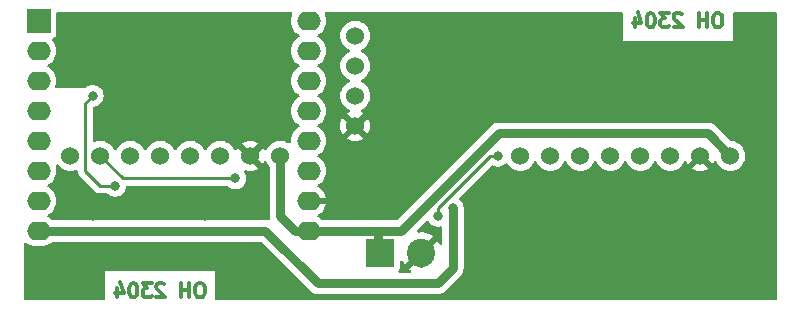
<source format=gbr>
%TF.GenerationSoftware,KiCad,Pcbnew,6.0.11+dfsg-1~bpo11+1*%
%TF.CreationDate,2023-04-11T20:41:58+02:00*%
%TF.ProjectId,double_pt100,646f7562-6c65-45f7-9074-3130302e6b69,rev?*%
%TF.SameCoordinates,Original*%
%TF.FileFunction,Copper,L2,Bot*%
%TF.FilePolarity,Positive*%
%FSLAX46Y46*%
G04 Gerber Fmt 4.6, Leading zero omitted, Abs format (unit mm)*
G04 Created by KiCad (PCBNEW 6.0.11+dfsg-1~bpo11+1) date 2023-04-11 20:41:58*
%MOMM*%
%LPD*%
G01*
G04 APERTURE LIST*
%ADD10C,0.300000*%
%TA.AperFunction,NonConductor*%
%ADD11C,0.300000*%
%TD*%
%TA.AperFunction,ComponentPad*%
%ADD12C,1.524000*%
%TD*%
%TA.AperFunction,ComponentPad*%
%ADD13C,2.400000*%
%TD*%
%TA.AperFunction,ComponentPad*%
%ADD14R,2.400000X2.400000*%
%TD*%
%TA.AperFunction,ComponentPad*%
%ADD15R,2.000000X2.000000*%
%TD*%
%TA.AperFunction,ComponentPad*%
%ADD16O,2.000000X1.600000*%
%TD*%
%TA.AperFunction,ViaPad*%
%ADD17C,0.800000*%
%TD*%
%TA.AperFunction,Conductor*%
%ADD18C,0.800000*%
%TD*%
%TA.AperFunction,Conductor*%
%ADD19C,0.250000*%
%TD*%
G04 APERTURE END LIST*
D10*
D11*
X91750714Y-127612857D02*
X91522142Y-127612857D01*
X91407857Y-127670000D01*
X91293571Y-127784285D01*
X91236428Y-128012857D01*
X91236428Y-128412857D01*
X91293571Y-128641428D01*
X91407857Y-128755714D01*
X91522142Y-128812857D01*
X91750714Y-128812857D01*
X91865000Y-128755714D01*
X91979285Y-128641428D01*
X92036428Y-128412857D01*
X92036428Y-128012857D01*
X91979285Y-127784285D01*
X91865000Y-127670000D01*
X91750714Y-127612857D01*
X90722142Y-128812857D02*
X90722142Y-127612857D01*
X90722142Y-128184285D02*
X90036428Y-128184285D01*
X90036428Y-128812857D02*
X90036428Y-127612857D01*
X88607857Y-127727142D02*
X88550714Y-127670000D01*
X88436428Y-127612857D01*
X88150714Y-127612857D01*
X88036428Y-127670000D01*
X87979285Y-127727142D01*
X87922142Y-127841428D01*
X87922142Y-127955714D01*
X87979285Y-128127142D01*
X88665000Y-128812857D01*
X87922142Y-128812857D01*
X87522142Y-127612857D02*
X86779285Y-127612857D01*
X87179285Y-128070000D01*
X87007857Y-128070000D01*
X86893571Y-128127142D01*
X86836428Y-128184285D01*
X86779285Y-128298571D01*
X86779285Y-128584285D01*
X86836428Y-128698571D01*
X86893571Y-128755714D01*
X87007857Y-128812857D01*
X87350714Y-128812857D01*
X87465000Y-128755714D01*
X87522142Y-128698571D01*
X86036428Y-127612857D02*
X85922142Y-127612857D01*
X85807857Y-127670000D01*
X85750714Y-127727142D01*
X85693571Y-127841428D01*
X85636428Y-128070000D01*
X85636428Y-128355714D01*
X85693571Y-128584285D01*
X85750714Y-128698571D01*
X85807857Y-128755714D01*
X85922142Y-128812857D01*
X86036428Y-128812857D01*
X86150714Y-128755714D01*
X86207857Y-128698571D01*
X86265000Y-128584285D01*
X86322142Y-128355714D01*
X86322142Y-128070000D01*
X86265000Y-127841428D01*
X86207857Y-127727142D01*
X86150714Y-127670000D01*
X86036428Y-127612857D01*
X84607857Y-128012857D02*
X84607857Y-128812857D01*
X84893571Y-127555714D02*
X85179285Y-128412857D01*
X84436428Y-128412857D01*
D10*
D11*
X135565714Y-104752857D02*
X135337142Y-104752857D01*
X135222857Y-104810000D01*
X135108571Y-104924285D01*
X135051428Y-105152857D01*
X135051428Y-105552857D01*
X135108571Y-105781428D01*
X135222857Y-105895714D01*
X135337142Y-105952857D01*
X135565714Y-105952857D01*
X135680000Y-105895714D01*
X135794285Y-105781428D01*
X135851428Y-105552857D01*
X135851428Y-105152857D01*
X135794285Y-104924285D01*
X135680000Y-104810000D01*
X135565714Y-104752857D01*
X134537142Y-105952857D02*
X134537142Y-104752857D01*
X134537142Y-105324285D02*
X133851428Y-105324285D01*
X133851428Y-105952857D02*
X133851428Y-104752857D01*
X132422857Y-104867142D02*
X132365714Y-104810000D01*
X132251428Y-104752857D01*
X131965714Y-104752857D01*
X131851428Y-104810000D01*
X131794285Y-104867142D01*
X131737142Y-104981428D01*
X131737142Y-105095714D01*
X131794285Y-105267142D01*
X132480000Y-105952857D01*
X131737142Y-105952857D01*
X131337142Y-104752857D02*
X130594285Y-104752857D01*
X130994285Y-105210000D01*
X130822857Y-105210000D01*
X130708571Y-105267142D01*
X130651428Y-105324285D01*
X130594285Y-105438571D01*
X130594285Y-105724285D01*
X130651428Y-105838571D01*
X130708571Y-105895714D01*
X130822857Y-105952857D01*
X131165714Y-105952857D01*
X131280000Y-105895714D01*
X131337142Y-105838571D01*
X129851428Y-104752857D02*
X129737142Y-104752857D01*
X129622857Y-104810000D01*
X129565714Y-104867142D01*
X129508571Y-104981428D01*
X129451428Y-105210000D01*
X129451428Y-105495714D01*
X129508571Y-105724285D01*
X129565714Y-105838571D01*
X129622857Y-105895714D01*
X129737142Y-105952857D01*
X129851428Y-105952857D01*
X129965714Y-105895714D01*
X130022857Y-105838571D01*
X130080000Y-105724285D01*
X130137142Y-105495714D01*
X130137142Y-105210000D01*
X130080000Y-104981428D01*
X130022857Y-104867142D01*
X129965714Y-104810000D01*
X129851428Y-104752857D01*
X128422857Y-105152857D02*
X128422857Y-105952857D01*
X128708571Y-104695714D02*
X128994285Y-105552857D01*
X128251428Y-105552857D01*
D12*
%TO.P,U4,1,VIN*%
%TO.N,+5V*%
X98425000Y-116840000D03*
%TO.P,U4,2,GND*%
%TO.N,GND*%
X95885000Y-116840000D03*
%TO.P,U4,3,3V3*%
%TO.N,unconnected-(U4-Pad3)*%
X93345000Y-116840000D03*
%TO.P,U4,4,CLK*%
%TO.N,CLK*%
X90805000Y-116840000D03*
%TO.P,U4,5,SDO*%
%TO.N,SDO*%
X88265000Y-116840000D03*
%TO.P,U4,6,SDI*%
%TO.N,SDI*%
X85725000Y-116840000D03*
%TO.P,U4,7,CS*%
%TO.N,CS2*%
X83185000Y-116840000D03*
%TO.P,U4,8,RDY*%
%TO.N,unconnected-(U4-Pad8)*%
X80645000Y-116840000D03*
%TD*%
%TO.P,U3,1,VIN*%
%TO.N,+5V*%
X136525000Y-116840000D03*
%TO.P,U3,2,GND*%
%TO.N,GND*%
X133985000Y-116840000D03*
%TO.P,U3,3,3V3*%
%TO.N,unconnected-(U3-Pad3)*%
X131445000Y-116840000D03*
%TO.P,U3,4,CLK*%
%TO.N,CLK*%
X128905000Y-116840000D03*
%TO.P,U3,5,SDO*%
%TO.N,SDO*%
X126365000Y-116840000D03*
%TO.P,U3,6,SDI*%
%TO.N,SDI*%
X123825000Y-116840000D03*
%TO.P,U3,7,CS*%
%TO.N,CS1*%
X121285000Y-116840000D03*
%TO.P,U3,8,RDY*%
%TO.N,unconnected-(U3-Pad8)*%
X118745000Y-116840000D03*
%TD*%
D13*
%TO.P,J1,2,Pin_2*%
%TO.N,GND*%
X110335000Y-125030000D03*
D14*
%TO.P,J1,1,Pin_1*%
%TO.N,+5V*%
X106835000Y-125030000D03*
%TD*%
D12*
%TO.P,U2,1,SDA*%
%TO.N,SDA*%
X104775000Y-106680000D03*
%TO.P,U2,2,SCL*%
%TO.N,SCL*%
X104775000Y-109220000D03*
%TO.P,U2,3,VCC*%
%TO.N,+3V3*%
X104775000Y-111760000D03*
%TO.P,U2,4,GND*%
%TO.N,GND*%
X104775000Y-114300000D03*
%TD*%
D15*
%TO.P,U1,1,~{RST}*%
%TO.N,unconnected-(U1-Pad1)*%
X77955000Y-105410000D03*
D16*
%TO.P,U1,2,A0*%
%TO.N,unconnected-(U1-Pad2)*%
X77955000Y-107950000D03*
%TO.P,U1,3,D0*%
%TO.N,Net-(R2-Pad1)*%
X77955000Y-110490000D03*
%TO.P,U1,4,SCK/D5*%
%TO.N,Net-(R7-Pad1)*%
X77955000Y-113030000D03*
%TO.P,U1,5,MISO/D6*%
%TO.N,Net-(R8-Pad1)*%
X77955000Y-115570000D03*
%TO.P,U1,6,MOSI/D7*%
%TO.N,Net-(R9-Pad1)*%
X77955000Y-118110000D03*
%TO.P,U1,7,CS/D8*%
%TO.N,unconnected-(U1-Pad7)*%
X77955000Y-120650000D03*
%TO.P,U1,8,3V3*%
%TO.N,+3V3*%
X77955000Y-123190000D03*
%TO.P,U1,9,5V*%
%TO.N,+5V*%
X100815000Y-123190000D03*
%TO.P,U1,10,GND*%
%TO.N,GND*%
X100815000Y-120650000D03*
%TO.P,U1,11,D4*%
%TO.N,Net-(R6-Pad1)*%
X100815000Y-118110000D03*
%TO.P,U1,12,D3*%
%TO.N,Net-(R5-Pad1)*%
X100815000Y-115570000D03*
%TO.P,U1,13,SDA/D2*%
%TO.N,Net-(R4-Pad1)*%
X100815000Y-113030000D03*
%TO.P,U1,14,SCL/D1*%
%TO.N,Net-(R3-Pad1)*%
X100815000Y-110490000D03*
%TO.P,U1,15,RX*%
%TO.N,unconnected-(U1-Pad15)*%
X100815000Y-107950000D03*
%TO.P,U1,16,TX*%
%TO.N,unconnected-(U1-Pad16)*%
X100815000Y-105410000D03*
%TD*%
D17*
%TO.N,GND*%
X113030000Y-128270000D03*
X118110000Y-119380000D03*
X116840000Y-119380000D03*
X82550000Y-121920000D03*
X97155000Y-128270000D03*
X98425000Y-128270000D03*
X114300000Y-113665000D03*
X113030000Y-112395000D03*
X111125000Y-114935000D03*
X109855000Y-113665000D03*
X111125000Y-105410000D03*
X109855000Y-105410000D03*
X97155000Y-105410000D03*
X81280000Y-105410000D03*
X80010000Y-105410000D03*
X98425000Y-105410000D03*
X138430000Y-105410000D03*
X139700000Y-106680000D03*
X139700000Y-105410000D03*
X138430000Y-128270000D03*
X139700000Y-127000000D03*
X139700000Y-128270000D03*
X78740000Y-128270000D03*
X77470000Y-127000000D03*
X77470000Y-128270000D03*
X92075000Y-121920000D03*
X90805000Y-120015000D03*
X97155000Y-121285000D03*
X95885000Y-120015000D03*
%TO.N,CS1*%
X111760000Y-121920000D03*
X116840000Y-116840000D03*
%TO.N,+3V3*%
X113030000Y-121285000D03*
%TO.N,SW*%
X82550000Y-111760000D03*
X84455000Y-119380000D03*
%TO.N,CS2*%
X94615000Y-118745000D03*
%TD*%
D18*
%TO.N,+5V*%
X136525000Y-116840000D02*
X134620000Y-114935000D01*
X134620000Y-114935000D02*
X116930000Y-114935000D01*
X116930000Y-114935000D02*
X108675000Y-123190000D01*
X108675000Y-123190000D02*
X106680000Y-123190000D01*
D19*
%TO.N,CS1*%
X116840000Y-116840000D02*
X116205000Y-116840000D01*
X116205000Y-116840000D02*
X111760000Y-121285000D01*
X111760000Y-121285000D02*
X111760000Y-121920000D01*
D18*
%TO.N,+3V3*%
X113030000Y-123190000D02*
X113030000Y-121285000D01*
X77955000Y-123190000D02*
X97155000Y-123190000D01*
X97155000Y-123190000D02*
X101600000Y-127635000D01*
X101600000Y-127635000D02*
X111760000Y-127635000D01*
X111760000Y-127635000D02*
X113030000Y-126365000D01*
X113030000Y-126365000D02*
X113030000Y-123190000D01*
%TO.N,+5V*%
X100815000Y-123190000D02*
X106680000Y-123190000D01*
X106680000Y-123190000D02*
X106680000Y-124875000D01*
X106680000Y-124875000D02*
X106835000Y-125030000D01*
%TO.N,GND*%
X110335000Y-125885000D02*
X110335000Y-125030000D01*
D19*
%TO.N,SW*%
X81915000Y-112395000D02*
X82550000Y-111760000D01*
X81915000Y-118110000D02*
X81915000Y-112395000D01*
X84455000Y-119380000D02*
X83185000Y-119380000D01*
X83185000Y-119380000D02*
X81915000Y-118110000D01*
%TO.N,CS2*%
X94615000Y-118745000D02*
X85090000Y-118745000D01*
X85090000Y-118745000D02*
X83185000Y-116840000D01*
D18*
%TO.N,+5V*%
X99695000Y-123190000D02*
X98425000Y-121920000D01*
X100815000Y-123190000D02*
X99695000Y-123190000D01*
X98425000Y-121920000D02*
X98425000Y-116840000D01*
%TD*%
%TA.AperFunction,Conductor*%
%TO.N,GND*%
G36*
X127363621Y-104668502D02*
G01*
X127410114Y-104722158D01*
X127421500Y-104774500D01*
X127421500Y-107109500D01*
X136738500Y-107109500D01*
X136738500Y-104774500D01*
X136758502Y-104706379D01*
X136812158Y-104659886D01*
X136864500Y-104648500D01*
X140335500Y-104648500D01*
X140403621Y-104668502D01*
X140450114Y-104722158D01*
X140461500Y-104774500D01*
X140461500Y-128905500D01*
X140441498Y-128973621D01*
X140387842Y-129020114D01*
X140335500Y-129031500D01*
X93049500Y-129031500D01*
X92981379Y-129011498D01*
X92934886Y-128957842D01*
X92923500Y-128905500D01*
X92923500Y-126570500D01*
X83606500Y-126570500D01*
X83606500Y-128905500D01*
X83586498Y-128973621D01*
X83532842Y-129020114D01*
X83480500Y-129031500D01*
X76834500Y-129031500D01*
X76766379Y-129011498D01*
X76719886Y-128957842D01*
X76708500Y-128905500D01*
X76708500Y-124296114D01*
X76728502Y-124227993D01*
X76782158Y-124181500D01*
X76852432Y-124171396D01*
X76910032Y-124197152D01*
X76910700Y-124196198D01*
X77098251Y-124327523D01*
X77103233Y-124329846D01*
X77103238Y-124329849D01*
X77300775Y-124421961D01*
X77305757Y-124424284D01*
X77311065Y-124425706D01*
X77311067Y-124425707D01*
X77521598Y-124482119D01*
X77521600Y-124482119D01*
X77526913Y-124483543D01*
X77626480Y-124492254D01*
X77695149Y-124498262D01*
X77695156Y-124498262D01*
X77697873Y-124498500D01*
X78212127Y-124498500D01*
X78214844Y-124498262D01*
X78214851Y-124498262D01*
X78283520Y-124492254D01*
X78383087Y-124483543D01*
X78388400Y-124482119D01*
X78388402Y-124482119D01*
X78598933Y-124425707D01*
X78598935Y-124425706D01*
X78604243Y-124424284D01*
X78609225Y-124421961D01*
X78806762Y-124329849D01*
X78806767Y-124329846D01*
X78811749Y-124327523D01*
X78934701Y-124241431D01*
X78994789Y-124199357D01*
X78994792Y-124199355D01*
X78999300Y-124196198D01*
X79060093Y-124135405D01*
X79122405Y-124101379D01*
X79149188Y-124098500D01*
X96726497Y-124098500D01*
X96794618Y-124118502D01*
X96815592Y-124135405D01*
X100900019Y-128219832D01*
X100912860Y-128234865D01*
X100921134Y-128246253D01*
X100926043Y-128250673D01*
X100971959Y-128292016D01*
X100976744Y-128296557D01*
X100991259Y-128311072D01*
X100993823Y-128313148D01*
X101007216Y-128323994D01*
X101012231Y-128328278D01*
X101058145Y-128369619D01*
X101058150Y-128369623D01*
X101063056Y-128374040D01*
X101068772Y-128377340D01*
X101068776Y-128377343D01*
X101075237Y-128381073D01*
X101091533Y-128392273D01*
X101102470Y-128401129D01*
X101163421Y-128432185D01*
X101169215Y-128435331D01*
X101228444Y-128469527D01*
X101234726Y-128471568D01*
X101234728Y-128471569D01*
X101241826Y-128473875D01*
X101260092Y-128481440D01*
X101272630Y-128487829D01*
X101279006Y-128489538D01*
X101279010Y-128489539D01*
X101338685Y-128505529D01*
X101345010Y-128507402D01*
X101410072Y-128528542D01*
X101416640Y-128529232D01*
X101416644Y-128529233D01*
X101424061Y-128530012D01*
X101443508Y-128533616D01*
X101457096Y-128537257D01*
X101463695Y-128537603D01*
X101463696Y-128537603D01*
X101525385Y-128540836D01*
X101531960Y-128541353D01*
X101546222Y-128542852D01*
X101552390Y-128543500D01*
X101572925Y-128543500D01*
X101579519Y-128543673D01*
X101641217Y-128546907D01*
X101641222Y-128546907D01*
X101647809Y-128547252D01*
X101661707Y-128545051D01*
X101681416Y-128543500D01*
X111678583Y-128543500D01*
X111698292Y-128545051D01*
X111712190Y-128547252D01*
X111718777Y-128546907D01*
X111718782Y-128546907D01*
X111780480Y-128543673D01*
X111787074Y-128543500D01*
X111807610Y-128543500D01*
X111810882Y-128543156D01*
X111810884Y-128543156D01*
X111828042Y-128541353D01*
X111834616Y-128540836D01*
X111896308Y-128537603D01*
X111896312Y-128537602D01*
X111902903Y-128537257D01*
X111909284Y-128535547D01*
X111909286Y-128535547D01*
X111916491Y-128533617D01*
X111935925Y-128530015D01*
X111943354Y-128529234D01*
X111943363Y-128529232D01*
X111949928Y-128528542D01*
X112014997Y-128507400D01*
X112021299Y-128505533D01*
X112062852Y-128494399D01*
X112080996Y-128489537D01*
X112080997Y-128489537D01*
X112087370Y-128487829D01*
X112099908Y-128481440D01*
X112118174Y-128473875D01*
X112125272Y-128471569D01*
X112125274Y-128471568D01*
X112131556Y-128469527D01*
X112190785Y-128435331D01*
X112196579Y-128432185D01*
X112257530Y-128401129D01*
X112268467Y-128392273D01*
X112284763Y-128381073D01*
X112291224Y-128377343D01*
X112291228Y-128377340D01*
X112296944Y-128374040D01*
X112301850Y-128369623D01*
X112301855Y-128369619D01*
X112347769Y-128328278D01*
X112352784Y-128323994D01*
X112366177Y-128313148D01*
X112368741Y-128311072D01*
X112383256Y-128296557D01*
X112388041Y-128292016D01*
X112433957Y-128250673D01*
X112438866Y-128246253D01*
X112447140Y-128234865D01*
X112459981Y-128219832D01*
X113614832Y-127064981D01*
X113629865Y-127052140D01*
X113635913Y-127047746D01*
X113635914Y-127047745D01*
X113641253Y-127043866D01*
X113687016Y-126993041D01*
X113691557Y-126988256D01*
X113706072Y-126973741D01*
X113718994Y-126957784D01*
X113723278Y-126952769D01*
X113764619Y-126906855D01*
X113764623Y-126906850D01*
X113769040Y-126901944D01*
X113772340Y-126896228D01*
X113772343Y-126896224D01*
X113776073Y-126889763D01*
X113787273Y-126873466D01*
X113791975Y-126867660D01*
X113791976Y-126867658D01*
X113796129Y-126862530D01*
X113827186Y-126801577D01*
X113830333Y-126795782D01*
X113861223Y-126742279D01*
X113861224Y-126742278D01*
X113864527Y-126736556D01*
X113868875Y-126723173D01*
X113876441Y-126704907D01*
X113879832Y-126698252D01*
X113882829Y-126692370D01*
X113900529Y-126626315D01*
X113902402Y-126619991D01*
X113911678Y-126591442D01*
X113923542Y-126554928D01*
X113925012Y-126540939D01*
X113928617Y-126521486D01*
X113930547Y-126514285D01*
X113932257Y-126507904D01*
X113932603Y-126501304D01*
X113935836Y-126439615D01*
X113936353Y-126433040D01*
X113938156Y-126415882D01*
X113938500Y-126412610D01*
X113938500Y-126392075D01*
X113938673Y-126385481D01*
X113941907Y-126323783D01*
X113941907Y-126323778D01*
X113942252Y-126317191D01*
X113940051Y-126303293D01*
X113938500Y-126283584D01*
X113938500Y-121339216D01*
X113939190Y-121326045D01*
X113942814Y-121291565D01*
X113943504Y-121285000D01*
X113923542Y-121095072D01*
X113864527Y-120913444D01*
X113859075Y-120904000D01*
X113772341Y-120753774D01*
X113769040Y-120748056D01*
X113675821Y-120644525D01*
X113645675Y-120611045D01*
X113645674Y-120611044D01*
X113641253Y-120606134D01*
X113583090Y-120563876D01*
X113539738Y-120507654D01*
X113533663Y-120436918D01*
X113568058Y-120372846D01*
X116271183Y-117669721D01*
X116333495Y-117635695D01*
X116404310Y-117640760D01*
X116411526Y-117643709D01*
X116551677Y-117706108D01*
X116551685Y-117706111D01*
X116557712Y-117708794D01*
X116649282Y-117728258D01*
X116738056Y-117747128D01*
X116738061Y-117747128D01*
X116744513Y-117748500D01*
X116935487Y-117748500D01*
X116941939Y-117747128D01*
X116941944Y-117747128D01*
X117030718Y-117728258D01*
X117122288Y-117708794D01*
X117128321Y-117706108D01*
X117290722Y-117633803D01*
X117290724Y-117633802D01*
X117296752Y-117631118D01*
X117451253Y-117518866D01*
X117467950Y-117500322D01*
X117528396Y-117463082D01*
X117599379Y-117464434D01*
X117658364Y-117503947D01*
X117664799Y-117512362D01*
X117764860Y-117655265D01*
X117764864Y-117655270D01*
X117768023Y-117659781D01*
X117925219Y-117816977D01*
X117929727Y-117820134D01*
X117929730Y-117820136D01*
X117972702Y-117850225D01*
X118107323Y-117944488D01*
X118112305Y-117946811D01*
X118112310Y-117946814D01*
X118302810Y-118035645D01*
X118308804Y-118038440D01*
X118314112Y-118039862D01*
X118314114Y-118039863D01*
X118364863Y-118053461D01*
X118523537Y-118095978D01*
X118745000Y-118115353D01*
X118966463Y-118095978D01*
X119125137Y-118053461D01*
X119175886Y-118039863D01*
X119175888Y-118039862D01*
X119181196Y-118038440D01*
X119187190Y-118035645D01*
X119377690Y-117946814D01*
X119377695Y-117946811D01*
X119382677Y-117944488D01*
X119517298Y-117850225D01*
X119560270Y-117820136D01*
X119560273Y-117820134D01*
X119564781Y-117816977D01*
X119721977Y-117659781D01*
X119725140Y-117655265D01*
X119846331Y-117482185D01*
X119846332Y-117482183D01*
X119849488Y-117477676D01*
X119851811Y-117472694D01*
X119851814Y-117472689D01*
X119900805Y-117367627D01*
X119947723Y-117314342D01*
X120016000Y-117294881D01*
X120083960Y-117315423D01*
X120129195Y-117367627D01*
X120178186Y-117472689D01*
X120178189Y-117472694D01*
X120180512Y-117477676D01*
X120183668Y-117482183D01*
X120183669Y-117482185D01*
X120304861Y-117655265D01*
X120308023Y-117659781D01*
X120465219Y-117816977D01*
X120469727Y-117820134D01*
X120469730Y-117820136D01*
X120512702Y-117850225D01*
X120647323Y-117944488D01*
X120652305Y-117946811D01*
X120652310Y-117946814D01*
X120842810Y-118035645D01*
X120848804Y-118038440D01*
X120854112Y-118039862D01*
X120854114Y-118039863D01*
X120904863Y-118053461D01*
X121063537Y-118095978D01*
X121285000Y-118115353D01*
X121506463Y-118095978D01*
X121665137Y-118053461D01*
X121715886Y-118039863D01*
X121715888Y-118039862D01*
X121721196Y-118038440D01*
X121727190Y-118035645D01*
X121917690Y-117946814D01*
X121917695Y-117946811D01*
X121922677Y-117944488D01*
X122057298Y-117850225D01*
X122100270Y-117820136D01*
X122100273Y-117820134D01*
X122104781Y-117816977D01*
X122261977Y-117659781D01*
X122265140Y-117655265D01*
X122386331Y-117482185D01*
X122386332Y-117482183D01*
X122389488Y-117477676D01*
X122391811Y-117472694D01*
X122391814Y-117472689D01*
X122440805Y-117367627D01*
X122487723Y-117314342D01*
X122556000Y-117294881D01*
X122623960Y-117315423D01*
X122669195Y-117367627D01*
X122718186Y-117472689D01*
X122718189Y-117472694D01*
X122720512Y-117477676D01*
X122723668Y-117482183D01*
X122723669Y-117482185D01*
X122844861Y-117655265D01*
X122848023Y-117659781D01*
X123005219Y-117816977D01*
X123009727Y-117820134D01*
X123009730Y-117820136D01*
X123052702Y-117850225D01*
X123187323Y-117944488D01*
X123192305Y-117946811D01*
X123192310Y-117946814D01*
X123382810Y-118035645D01*
X123388804Y-118038440D01*
X123394112Y-118039862D01*
X123394114Y-118039863D01*
X123444863Y-118053461D01*
X123603537Y-118095978D01*
X123825000Y-118115353D01*
X124046463Y-118095978D01*
X124205137Y-118053461D01*
X124255886Y-118039863D01*
X124255888Y-118039862D01*
X124261196Y-118038440D01*
X124267190Y-118035645D01*
X124457690Y-117946814D01*
X124457695Y-117946811D01*
X124462677Y-117944488D01*
X124597298Y-117850225D01*
X124640270Y-117820136D01*
X124640273Y-117820134D01*
X124644781Y-117816977D01*
X124801977Y-117659781D01*
X124805140Y-117655265D01*
X124926331Y-117482185D01*
X124926332Y-117482183D01*
X124929488Y-117477676D01*
X124931811Y-117472694D01*
X124931814Y-117472689D01*
X124980805Y-117367627D01*
X125027723Y-117314342D01*
X125096000Y-117294881D01*
X125163960Y-117315423D01*
X125209195Y-117367627D01*
X125258186Y-117472689D01*
X125258189Y-117472694D01*
X125260512Y-117477676D01*
X125263668Y-117482183D01*
X125263669Y-117482185D01*
X125384861Y-117655265D01*
X125388023Y-117659781D01*
X125545219Y-117816977D01*
X125549727Y-117820134D01*
X125549730Y-117820136D01*
X125592702Y-117850225D01*
X125727323Y-117944488D01*
X125732305Y-117946811D01*
X125732310Y-117946814D01*
X125922810Y-118035645D01*
X125928804Y-118038440D01*
X125934112Y-118039862D01*
X125934114Y-118039863D01*
X125984863Y-118053461D01*
X126143537Y-118095978D01*
X126365000Y-118115353D01*
X126586463Y-118095978D01*
X126745137Y-118053461D01*
X126795886Y-118039863D01*
X126795888Y-118039862D01*
X126801196Y-118038440D01*
X126807190Y-118035645D01*
X126997690Y-117946814D01*
X126997695Y-117946811D01*
X127002677Y-117944488D01*
X127137298Y-117850225D01*
X127180270Y-117820136D01*
X127180273Y-117820134D01*
X127184781Y-117816977D01*
X127341977Y-117659781D01*
X127345140Y-117655265D01*
X127466331Y-117482185D01*
X127466332Y-117482183D01*
X127469488Y-117477676D01*
X127471811Y-117472694D01*
X127471814Y-117472689D01*
X127520805Y-117367627D01*
X127567723Y-117314342D01*
X127636000Y-117294881D01*
X127703960Y-117315423D01*
X127749195Y-117367627D01*
X127798186Y-117472689D01*
X127798189Y-117472694D01*
X127800512Y-117477676D01*
X127803668Y-117482183D01*
X127803669Y-117482185D01*
X127924861Y-117655265D01*
X127928023Y-117659781D01*
X128085219Y-117816977D01*
X128089727Y-117820134D01*
X128089730Y-117820136D01*
X128132702Y-117850225D01*
X128267323Y-117944488D01*
X128272305Y-117946811D01*
X128272310Y-117946814D01*
X128462810Y-118035645D01*
X128468804Y-118038440D01*
X128474112Y-118039862D01*
X128474114Y-118039863D01*
X128524863Y-118053461D01*
X128683537Y-118095978D01*
X128905000Y-118115353D01*
X129126463Y-118095978D01*
X129285137Y-118053461D01*
X129335886Y-118039863D01*
X129335888Y-118039862D01*
X129341196Y-118038440D01*
X129347190Y-118035645D01*
X129537690Y-117946814D01*
X129537695Y-117946811D01*
X129542677Y-117944488D01*
X129677298Y-117850225D01*
X129720270Y-117820136D01*
X129720273Y-117820134D01*
X129724781Y-117816977D01*
X129881977Y-117659781D01*
X129885140Y-117655265D01*
X130006331Y-117482185D01*
X130006332Y-117482183D01*
X130009488Y-117477676D01*
X130011811Y-117472694D01*
X130011814Y-117472689D01*
X130060805Y-117367627D01*
X130107723Y-117314342D01*
X130176000Y-117294881D01*
X130243960Y-117315423D01*
X130289195Y-117367627D01*
X130338186Y-117472689D01*
X130338189Y-117472694D01*
X130340512Y-117477676D01*
X130343668Y-117482183D01*
X130343669Y-117482185D01*
X130464861Y-117655265D01*
X130468023Y-117659781D01*
X130625219Y-117816977D01*
X130629727Y-117820134D01*
X130629730Y-117820136D01*
X130672702Y-117850225D01*
X130807323Y-117944488D01*
X130812305Y-117946811D01*
X130812310Y-117946814D01*
X131002810Y-118035645D01*
X131008804Y-118038440D01*
X131014112Y-118039862D01*
X131014114Y-118039863D01*
X131064863Y-118053461D01*
X131223537Y-118095978D01*
X131445000Y-118115353D01*
X131666463Y-118095978D01*
X131825137Y-118053461D01*
X131875886Y-118039863D01*
X131875888Y-118039862D01*
X131881196Y-118038440D01*
X131887190Y-118035645D01*
X132077690Y-117946814D01*
X132077695Y-117946811D01*
X132082677Y-117944488D01*
X132147959Y-117898777D01*
X133290777Y-117898777D01*
X133300074Y-117910793D01*
X133343069Y-117940898D01*
X133352555Y-117946376D01*
X133543993Y-118035645D01*
X133554285Y-118039391D01*
X133758309Y-118094059D01*
X133769104Y-118095962D01*
X133979525Y-118114372D01*
X133990475Y-118114372D01*
X134200896Y-118095962D01*
X134211691Y-118094059D01*
X134415715Y-118039391D01*
X134426007Y-118035645D01*
X134617445Y-117946376D01*
X134626931Y-117940898D01*
X134670764Y-117910207D01*
X134679139Y-117899729D01*
X134672071Y-117886281D01*
X133997812Y-117212022D01*
X133983868Y-117204408D01*
X133982035Y-117204539D01*
X133975420Y-117208790D01*
X133297207Y-117887003D01*
X133290777Y-117898777D01*
X132147959Y-117898777D01*
X132217298Y-117850225D01*
X132260270Y-117820136D01*
X132260273Y-117820134D01*
X132264781Y-117816977D01*
X132421977Y-117659781D01*
X132425140Y-117655265D01*
X132546331Y-117482185D01*
X132546332Y-117482183D01*
X132549488Y-117477676D01*
X132551811Y-117472694D01*
X132551814Y-117472689D01*
X132601081Y-117367035D01*
X132647999Y-117313750D01*
X132716276Y-117294289D01*
X132784236Y-117314831D01*
X132829471Y-117367035D01*
X132878623Y-117472441D01*
X132884103Y-117481932D01*
X132914794Y-117525765D01*
X132925271Y-117534140D01*
X132938718Y-117527072D01*
X133895905Y-116569885D01*
X133958217Y-116535859D01*
X134029032Y-116540924D01*
X134074095Y-116569885D01*
X135032003Y-117527793D01*
X135043777Y-117534223D01*
X135055793Y-117524926D01*
X135085897Y-117481932D01*
X135091377Y-117472441D01*
X135140529Y-117367035D01*
X135187447Y-117313750D01*
X135255724Y-117294289D01*
X135323684Y-117314831D01*
X135368919Y-117367035D01*
X135418186Y-117472689D01*
X135418189Y-117472694D01*
X135420512Y-117477676D01*
X135423668Y-117482183D01*
X135423669Y-117482185D01*
X135544861Y-117655265D01*
X135548023Y-117659781D01*
X135705219Y-117816977D01*
X135709727Y-117820134D01*
X135709730Y-117820136D01*
X135752702Y-117850225D01*
X135887323Y-117944488D01*
X135892305Y-117946811D01*
X135892310Y-117946814D01*
X136082810Y-118035645D01*
X136088804Y-118038440D01*
X136094112Y-118039862D01*
X136094114Y-118039863D01*
X136144863Y-118053461D01*
X136303537Y-118095978D01*
X136525000Y-118115353D01*
X136746463Y-118095978D01*
X136905137Y-118053461D01*
X136955886Y-118039863D01*
X136955888Y-118039862D01*
X136961196Y-118038440D01*
X136967190Y-118035645D01*
X137157690Y-117946814D01*
X137157695Y-117946811D01*
X137162677Y-117944488D01*
X137297298Y-117850225D01*
X137340270Y-117820136D01*
X137340273Y-117820134D01*
X137344781Y-117816977D01*
X137501977Y-117659781D01*
X137505140Y-117655265D01*
X137626331Y-117482185D01*
X137626332Y-117482183D01*
X137629488Y-117477676D01*
X137631811Y-117472694D01*
X137631814Y-117472689D01*
X137721117Y-117281178D01*
X137721118Y-117281177D01*
X137723440Y-117276196D01*
X137726253Y-117265700D01*
X137751686Y-117170781D01*
X137780978Y-117061463D01*
X137800353Y-116840000D01*
X137780978Y-116618537D01*
X137727297Y-116418197D01*
X137724863Y-116409114D01*
X137724862Y-116409112D01*
X137723440Y-116403804D01*
X137721117Y-116398822D01*
X137631814Y-116207311D01*
X137631811Y-116207306D01*
X137629488Y-116202324D01*
X137626327Y-116197810D01*
X137505136Y-116024730D01*
X137505134Y-116024727D01*
X137501977Y-116020219D01*
X137344781Y-115863023D01*
X137340273Y-115859866D01*
X137340270Y-115859864D01*
X137252043Y-115798087D01*
X137162677Y-115735512D01*
X137157695Y-115733189D01*
X137157690Y-115733186D01*
X136966178Y-115643883D01*
X136966177Y-115643882D01*
X136961196Y-115641560D01*
X136955888Y-115640138D01*
X136955886Y-115640137D01*
X136890051Y-115622497D01*
X136746463Y-115584022D01*
X136581051Y-115569551D01*
X136514933Y-115543688D01*
X136502938Y-115533125D01*
X135319981Y-114350168D01*
X135307140Y-114335135D01*
X135302746Y-114329087D01*
X135302745Y-114329086D01*
X135298866Y-114323747D01*
X135248041Y-114277984D01*
X135243256Y-114273443D01*
X135228741Y-114258928D01*
X135221282Y-114252888D01*
X135212784Y-114246006D01*
X135207769Y-114241722D01*
X135161855Y-114200381D01*
X135161850Y-114200377D01*
X135156944Y-114195960D01*
X135151228Y-114192660D01*
X135151224Y-114192657D01*
X135144763Y-114188927D01*
X135128466Y-114177727D01*
X135122660Y-114173025D01*
X135122658Y-114173024D01*
X135117530Y-114168871D01*
X135056577Y-114137814D01*
X135050782Y-114134667D01*
X134997279Y-114103777D01*
X134997278Y-114103776D01*
X134991556Y-114100473D01*
X134985274Y-114098432D01*
X134985272Y-114098431D01*
X134978174Y-114096125D01*
X134959907Y-114088559D01*
X134947370Y-114082171D01*
X134881299Y-114064467D01*
X134874997Y-114062600D01*
X134809928Y-114041458D01*
X134803363Y-114040768D01*
X134803354Y-114040766D01*
X134795925Y-114039985D01*
X134776491Y-114036383D01*
X134769286Y-114034453D01*
X134769284Y-114034453D01*
X134762903Y-114032743D01*
X134756312Y-114032398D01*
X134756308Y-114032397D01*
X134694616Y-114029164D01*
X134688042Y-114028647D01*
X134670884Y-114026844D01*
X134670882Y-114026844D01*
X134667610Y-114026500D01*
X134647074Y-114026500D01*
X134640480Y-114026327D01*
X134578782Y-114023093D01*
X134578777Y-114023093D01*
X134572190Y-114022748D01*
X134558292Y-114024949D01*
X134538583Y-114026500D01*
X117011417Y-114026500D01*
X116991708Y-114024949D01*
X116977810Y-114022748D01*
X116971223Y-114023093D01*
X116971218Y-114023093D01*
X116909520Y-114026327D01*
X116902926Y-114026500D01*
X116882390Y-114026500D01*
X116879118Y-114026844D01*
X116879116Y-114026844D01*
X116861958Y-114028647D01*
X116855384Y-114029164D01*
X116793692Y-114032397D01*
X116793688Y-114032398D01*
X116787097Y-114032743D01*
X116780716Y-114034453D01*
X116780714Y-114034453D01*
X116773509Y-114036383D01*
X116754075Y-114039985D01*
X116746646Y-114040766D01*
X116746637Y-114040768D01*
X116740072Y-114041458D01*
X116675003Y-114062600D01*
X116668701Y-114064467D01*
X116602630Y-114082171D01*
X116590093Y-114088559D01*
X116571826Y-114096125D01*
X116564728Y-114098431D01*
X116564726Y-114098432D01*
X116558444Y-114100473D01*
X116552722Y-114103776D01*
X116552721Y-114103777D01*
X116499218Y-114134667D01*
X116493423Y-114137814D01*
X116432470Y-114168871D01*
X116427342Y-114173024D01*
X116427340Y-114173025D01*
X116421534Y-114177727D01*
X116405237Y-114188927D01*
X116398776Y-114192657D01*
X116398772Y-114192660D01*
X116393056Y-114195960D01*
X116388150Y-114200377D01*
X116388145Y-114200381D01*
X116342231Y-114241722D01*
X116337216Y-114246006D01*
X116328718Y-114252888D01*
X116321259Y-114258928D01*
X116306744Y-114273443D01*
X116301959Y-114277984D01*
X116251134Y-114323747D01*
X116247255Y-114329086D01*
X116247254Y-114329087D01*
X116242860Y-114335135D01*
X116230019Y-114350168D01*
X108335592Y-122244595D01*
X108273280Y-122278621D01*
X108246497Y-122281500D01*
X102009188Y-122281500D01*
X101941067Y-122261498D01*
X101920093Y-122244595D01*
X101859300Y-122183802D01*
X101854792Y-122180645D01*
X101854789Y-122180643D01*
X101753797Y-122109928D01*
X101671749Y-122052477D01*
X101666767Y-122050154D01*
X101666762Y-122050151D01*
X101631951Y-122033919D01*
X101578666Y-121987002D01*
X101559205Y-121918725D01*
X101579747Y-121850765D01*
X101631951Y-121805529D01*
X101666511Y-121789414D01*
X101676007Y-121783931D01*
X101854467Y-121658972D01*
X101862875Y-121651916D01*
X102016916Y-121497875D01*
X102023972Y-121489467D01*
X102148931Y-121311007D01*
X102154414Y-121301511D01*
X102246490Y-121104053D01*
X102250236Y-121093761D01*
X102296394Y-120921497D01*
X102296058Y-120907401D01*
X102288116Y-120904000D01*
X100687000Y-120904000D01*
X100618879Y-120883998D01*
X100572386Y-120830342D01*
X100561000Y-120778000D01*
X100561000Y-120522000D01*
X100581002Y-120453879D01*
X100634658Y-120407386D01*
X100687000Y-120396000D01*
X102282967Y-120396000D01*
X102296498Y-120392027D01*
X102297727Y-120383478D01*
X102250236Y-120206239D01*
X102246490Y-120195947D01*
X102154414Y-119998489D01*
X102148931Y-119988993D01*
X102023972Y-119810533D01*
X102016916Y-119802125D01*
X101862875Y-119648084D01*
X101854467Y-119641028D01*
X101676007Y-119516069D01*
X101666511Y-119510586D01*
X101631951Y-119494471D01*
X101578666Y-119447554D01*
X101559205Y-119379277D01*
X101579747Y-119311317D01*
X101631951Y-119266081D01*
X101666762Y-119249849D01*
X101666767Y-119249846D01*
X101671749Y-119247523D01*
X101813892Y-119147993D01*
X101854789Y-119119357D01*
X101854792Y-119119355D01*
X101859300Y-119116198D01*
X102021198Y-118954300D01*
X102034763Y-118934928D01*
X102149366Y-118771257D01*
X102152523Y-118766749D01*
X102154846Y-118761767D01*
X102154849Y-118761762D01*
X102246961Y-118564225D01*
X102246961Y-118564224D01*
X102249284Y-118559243D01*
X102251183Y-118552158D01*
X102307119Y-118343402D01*
X102307119Y-118343400D01*
X102308543Y-118338087D01*
X102328498Y-118110000D01*
X102308543Y-117881913D01*
X102297200Y-117839579D01*
X102250707Y-117666067D01*
X102250706Y-117666065D01*
X102249284Y-117660757D01*
X102246961Y-117655775D01*
X102154849Y-117458238D01*
X102154846Y-117458233D01*
X102152523Y-117453251D01*
X102041631Y-117294881D01*
X102024357Y-117270211D01*
X102024355Y-117270208D01*
X102021198Y-117265700D01*
X101859300Y-117103802D01*
X101854792Y-117100645D01*
X101854789Y-117100643D01*
X101745197Y-117023906D01*
X101671749Y-116972477D01*
X101666767Y-116970154D01*
X101666762Y-116970151D01*
X101632543Y-116954195D01*
X101579258Y-116907278D01*
X101559797Y-116839001D01*
X101580339Y-116771041D01*
X101632543Y-116725805D01*
X101666762Y-116709849D01*
X101666767Y-116709846D01*
X101671749Y-116707523D01*
X101813892Y-116607993D01*
X101854789Y-116579357D01*
X101854792Y-116579355D01*
X101859300Y-116576198D01*
X102021198Y-116414300D01*
X102024830Y-116409114D01*
X102079098Y-116331611D01*
X102152523Y-116226749D01*
X102154846Y-116221767D01*
X102154849Y-116221762D01*
X102246961Y-116024225D01*
X102246961Y-116024224D01*
X102249284Y-116019243D01*
X102308543Y-115798087D01*
X102328498Y-115570000D01*
X102310018Y-115358777D01*
X104080777Y-115358777D01*
X104090074Y-115370793D01*
X104133069Y-115400898D01*
X104142555Y-115406376D01*
X104333993Y-115495645D01*
X104344285Y-115499391D01*
X104548309Y-115554059D01*
X104559104Y-115555962D01*
X104769525Y-115574372D01*
X104780475Y-115574372D01*
X104990896Y-115555962D01*
X105001691Y-115554059D01*
X105205715Y-115499391D01*
X105216007Y-115495645D01*
X105407445Y-115406376D01*
X105416931Y-115400898D01*
X105460764Y-115370207D01*
X105469139Y-115359729D01*
X105462071Y-115346281D01*
X104787812Y-114672022D01*
X104773868Y-114664408D01*
X104772035Y-114664539D01*
X104765420Y-114668790D01*
X104087207Y-115347003D01*
X104080777Y-115358777D01*
X102310018Y-115358777D01*
X102308543Y-115341913D01*
X102249284Y-115120757D01*
X102190242Y-114994140D01*
X102154849Y-114918238D01*
X102154846Y-114918233D01*
X102152523Y-114913251D01*
X102021198Y-114725700D01*
X101859300Y-114563802D01*
X101854792Y-114560645D01*
X101854789Y-114560643D01*
X101776611Y-114505902D01*
X101671749Y-114432477D01*
X101666767Y-114430154D01*
X101666762Y-114430151D01*
X101632543Y-114414195D01*
X101579258Y-114367278D01*
X101561642Y-114305475D01*
X103500628Y-114305475D01*
X103519038Y-114515896D01*
X103520941Y-114526691D01*
X103575609Y-114730715D01*
X103579355Y-114741007D01*
X103668623Y-114932441D01*
X103674103Y-114941932D01*
X103704794Y-114985765D01*
X103715271Y-114994140D01*
X103728718Y-114987072D01*
X104402978Y-114312812D01*
X104409356Y-114301132D01*
X105139408Y-114301132D01*
X105139539Y-114302965D01*
X105143790Y-114309580D01*
X105822003Y-114987793D01*
X105833777Y-114994223D01*
X105845793Y-114984926D01*
X105875897Y-114941932D01*
X105881377Y-114932441D01*
X105970645Y-114741007D01*
X105974391Y-114730715D01*
X106029059Y-114526691D01*
X106030962Y-114515896D01*
X106049372Y-114305475D01*
X106049372Y-114294525D01*
X106030962Y-114084104D01*
X106029059Y-114073309D01*
X105974391Y-113869285D01*
X105970645Y-113858993D01*
X105881377Y-113667559D01*
X105875897Y-113658068D01*
X105845206Y-113614235D01*
X105834729Y-113605860D01*
X105821282Y-113612928D01*
X105147022Y-114287188D01*
X105139408Y-114301132D01*
X104409356Y-114301132D01*
X104410592Y-114298868D01*
X104410461Y-114297035D01*
X104406210Y-114290420D01*
X103727997Y-113612207D01*
X103716223Y-113605777D01*
X103704207Y-113615074D01*
X103674103Y-113658068D01*
X103668623Y-113667559D01*
X103579355Y-113858993D01*
X103575609Y-113869285D01*
X103520941Y-114073309D01*
X103519038Y-114084104D01*
X103500628Y-114294525D01*
X103500628Y-114305475D01*
X101561642Y-114305475D01*
X101559797Y-114299001D01*
X101580339Y-114231041D01*
X101632543Y-114185805D01*
X101666762Y-114169849D01*
X101666767Y-114169846D01*
X101671749Y-114167523D01*
X101820142Y-114063617D01*
X101854789Y-114039357D01*
X101854792Y-114039355D01*
X101859300Y-114036198D01*
X102021198Y-113874300D01*
X102152523Y-113686749D01*
X102154846Y-113681767D01*
X102154849Y-113681762D01*
X102246961Y-113484225D01*
X102246961Y-113484224D01*
X102249284Y-113479243D01*
X102308543Y-113258087D01*
X102328498Y-113030000D01*
X102308543Y-112801913D01*
X102290099Y-112733080D01*
X102250707Y-112586067D01*
X102250706Y-112586065D01*
X102249284Y-112580757D01*
X102246961Y-112575775D01*
X102154849Y-112378238D01*
X102154846Y-112378233D01*
X102152523Y-112373251D01*
X102077697Y-112266389D01*
X102024357Y-112190211D01*
X102024355Y-112190208D01*
X102021198Y-112185700D01*
X101859300Y-112023802D01*
X101854792Y-112020645D01*
X101854789Y-112020643D01*
X101762763Y-111956206D01*
X101671749Y-111892477D01*
X101666767Y-111890154D01*
X101666762Y-111890151D01*
X101632543Y-111874195D01*
X101579258Y-111827278D01*
X101560082Y-111760000D01*
X103499647Y-111760000D01*
X103519022Y-111981463D01*
X103553608Y-112110537D01*
X103573748Y-112185700D01*
X103576560Y-112196196D01*
X103578882Y-112201177D01*
X103578883Y-112201178D01*
X103668186Y-112392689D01*
X103668189Y-112392694D01*
X103670512Y-112397676D01*
X103798023Y-112579781D01*
X103955219Y-112736977D01*
X103959727Y-112740134D01*
X103959730Y-112740136D01*
X104032583Y-112791148D01*
X104137323Y-112864488D01*
X104142305Y-112866811D01*
X104142310Y-112866814D01*
X104247965Y-112916081D01*
X104301250Y-112962998D01*
X104320711Y-113031275D01*
X104300169Y-113099235D01*
X104247965Y-113144471D01*
X104142559Y-113193623D01*
X104133068Y-113199103D01*
X104089235Y-113229794D01*
X104080860Y-113240271D01*
X104087928Y-113253718D01*
X104762188Y-113927978D01*
X104776132Y-113935592D01*
X104777965Y-113935461D01*
X104784580Y-113931210D01*
X105462793Y-113252997D01*
X105469223Y-113241223D01*
X105459926Y-113229207D01*
X105416931Y-113199102D01*
X105407445Y-113193624D01*
X105302035Y-113144471D01*
X105248750Y-113097554D01*
X105229289Y-113029277D01*
X105249831Y-112961317D01*
X105302035Y-112916081D01*
X105407690Y-112866814D01*
X105407695Y-112866811D01*
X105412677Y-112864488D01*
X105517417Y-112791148D01*
X105590270Y-112740136D01*
X105590273Y-112740134D01*
X105594781Y-112736977D01*
X105751977Y-112579781D01*
X105879488Y-112397676D01*
X105881811Y-112392694D01*
X105881814Y-112392689D01*
X105971117Y-112201178D01*
X105971118Y-112201177D01*
X105973440Y-112196196D01*
X105976253Y-112185700D01*
X105996392Y-112110537D01*
X106030978Y-111981463D01*
X106050353Y-111760000D01*
X106030978Y-111538537D01*
X105977297Y-111338197D01*
X105974863Y-111329114D01*
X105974862Y-111329112D01*
X105973440Y-111323804D01*
X105929127Y-111228774D01*
X105881814Y-111127311D01*
X105881811Y-111127306D01*
X105879488Y-111122324D01*
X105758424Y-110949426D01*
X105755136Y-110944730D01*
X105755134Y-110944727D01*
X105751977Y-110940219D01*
X105594781Y-110783023D01*
X105590273Y-110779866D01*
X105590270Y-110779864D01*
X105494217Y-110712607D01*
X105412677Y-110655512D01*
X105407695Y-110653189D01*
X105407690Y-110653186D01*
X105302627Y-110604195D01*
X105249342Y-110557278D01*
X105229881Y-110489001D01*
X105250423Y-110421041D01*
X105302627Y-110375805D01*
X105407690Y-110326814D01*
X105407695Y-110326811D01*
X105412677Y-110324488D01*
X105514505Y-110253187D01*
X105590270Y-110200136D01*
X105590273Y-110200134D01*
X105594781Y-110196977D01*
X105751977Y-110039781D01*
X105879488Y-109857676D01*
X105881811Y-109852694D01*
X105881814Y-109852689D01*
X105971117Y-109661178D01*
X105971118Y-109661177D01*
X105973440Y-109656196D01*
X105976253Y-109645700D01*
X105992503Y-109585051D01*
X106030978Y-109441463D01*
X106050353Y-109220000D01*
X106030978Y-108998537D01*
X105977297Y-108798197D01*
X105974863Y-108789114D01*
X105974862Y-108789112D01*
X105973440Y-108783804D01*
X105890878Y-108606749D01*
X105881814Y-108587311D01*
X105881811Y-108587306D01*
X105879488Y-108582324D01*
X105751977Y-108400219D01*
X105594781Y-108243023D01*
X105590273Y-108239866D01*
X105590270Y-108239864D01*
X105494217Y-108172607D01*
X105412677Y-108115512D01*
X105407695Y-108113189D01*
X105407690Y-108113186D01*
X105302627Y-108064195D01*
X105249342Y-108017278D01*
X105229881Y-107949001D01*
X105250423Y-107881041D01*
X105302627Y-107835805D01*
X105407690Y-107786814D01*
X105407695Y-107786811D01*
X105412677Y-107784488D01*
X105514505Y-107713187D01*
X105590270Y-107660136D01*
X105590273Y-107660134D01*
X105594781Y-107656977D01*
X105751977Y-107499781D01*
X105879488Y-107317676D01*
X105881811Y-107312694D01*
X105881814Y-107312689D01*
X105971117Y-107121178D01*
X105971118Y-107121177D01*
X105973440Y-107116196D01*
X105976253Y-107105700D01*
X106019650Y-106943740D01*
X106030978Y-106901463D01*
X106050353Y-106680000D01*
X106030978Y-106458537D01*
X105977297Y-106258197D01*
X105974863Y-106249114D01*
X105974862Y-106249112D01*
X105973440Y-106243804D01*
X105890878Y-106066749D01*
X105881814Y-106047311D01*
X105881811Y-106047306D01*
X105879488Y-106042324D01*
X105751977Y-105860219D01*
X105594781Y-105703023D01*
X105590273Y-105699866D01*
X105590270Y-105699864D01*
X105494217Y-105632607D01*
X105412677Y-105575512D01*
X105407695Y-105573189D01*
X105407690Y-105573186D01*
X105216178Y-105483883D01*
X105216177Y-105483882D01*
X105211196Y-105481560D01*
X105205888Y-105480138D01*
X105205886Y-105480137D01*
X105140051Y-105462497D01*
X104996463Y-105424022D01*
X104775000Y-105404647D01*
X104553537Y-105424022D01*
X104409949Y-105462497D01*
X104344114Y-105480137D01*
X104344112Y-105480138D01*
X104338804Y-105481560D01*
X104333823Y-105483882D01*
X104333822Y-105483883D01*
X104142311Y-105573186D01*
X104142306Y-105573189D01*
X104137324Y-105575512D01*
X104132817Y-105578668D01*
X104132815Y-105578669D01*
X103959730Y-105699864D01*
X103959727Y-105699866D01*
X103955219Y-105703023D01*
X103798023Y-105860219D01*
X103670512Y-106042324D01*
X103668189Y-106047306D01*
X103668186Y-106047311D01*
X103659122Y-106066749D01*
X103576560Y-106243804D01*
X103575138Y-106249112D01*
X103575137Y-106249114D01*
X103572703Y-106258197D01*
X103519022Y-106458537D01*
X103499647Y-106680000D01*
X103519022Y-106901463D01*
X103530350Y-106943740D01*
X103573748Y-107105700D01*
X103576560Y-107116196D01*
X103578882Y-107121177D01*
X103578883Y-107121178D01*
X103668186Y-107312689D01*
X103668189Y-107312694D01*
X103670512Y-107317676D01*
X103798023Y-107499781D01*
X103955219Y-107656977D01*
X103959727Y-107660134D01*
X103959730Y-107660136D01*
X104035495Y-107713187D01*
X104137323Y-107784488D01*
X104142305Y-107786811D01*
X104142310Y-107786814D01*
X104247373Y-107835805D01*
X104300658Y-107882722D01*
X104320119Y-107950999D01*
X104299577Y-108018959D01*
X104247373Y-108064195D01*
X104142311Y-108113186D01*
X104142306Y-108113189D01*
X104137324Y-108115512D01*
X104132817Y-108118668D01*
X104132815Y-108118669D01*
X103959730Y-108239864D01*
X103959727Y-108239866D01*
X103955219Y-108243023D01*
X103798023Y-108400219D01*
X103670512Y-108582324D01*
X103668189Y-108587306D01*
X103668186Y-108587311D01*
X103659122Y-108606749D01*
X103576560Y-108783804D01*
X103575138Y-108789112D01*
X103575137Y-108789114D01*
X103572703Y-108798197D01*
X103519022Y-108998537D01*
X103499647Y-109220000D01*
X103519022Y-109441463D01*
X103557497Y-109585051D01*
X103573748Y-109645700D01*
X103576560Y-109656196D01*
X103578882Y-109661177D01*
X103578883Y-109661178D01*
X103668186Y-109852689D01*
X103668189Y-109852694D01*
X103670512Y-109857676D01*
X103798023Y-110039781D01*
X103955219Y-110196977D01*
X103959727Y-110200134D01*
X103959730Y-110200136D01*
X104035495Y-110253187D01*
X104137323Y-110324488D01*
X104142305Y-110326811D01*
X104142310Y-110326814D01*
X104247373Y-110375805D01*
X104300658Y-110422722D01*
X104320119Y-110490999D01*
X104299577Y-110558959D01*
X104247373Y-110604195D01*
X104142311Y-110653186D01*
X104142306Y-110653189D01*
X104137324Y-110655512D01*
X104132817Y-110658668D01*
X104132815Y-110658669D01*
X103959730Y-110779864D01*
X103959727Y-110779866D01*
X103955219Y-110783023D01*
X103798023Y-110940219D01*
X103794866Y-110944727D01*
X103794864Y-110944730D01*
X103791576Y-110949426D01*
X103670512Y-111122324D01*
X103668189Y-111127306D01*
X103668186Y-111127311D01*
X103620873Y-111228774D01*
X103576560Y-111323804D01*
X103575138Y-111329112D01*
X103575137Y-111329114D01*
X103572703Y-111338197D01*
X103519022Y-111538537D01*
X103499647Y-111760000D01*
X101560082Y-111760000D01*
X101559797Y-111759001D01*
X101580339Y-111691041D01*
X101632543Y-111645805D01*
X101666762Y-111629849D01*
X101666767Y-111629846D01*
X101671749Y-111627523D01*
X101813892Y-111527993D01*
X101854789Y-111499357D01*
X101854792Y-111499355D01*
X101859300Y-111496198D01*
X102021198Y-111334300D01*
X102024830Y-111329114D01*
X102149366Y-111151257D01*
X102152523Y-111146749D01*
X102154846Y-111141767D01*
X102154849Y-111141762D01*
X102246961Y-110944225D01*
X102246961Y-110944224D01*
X102249284Y-110939243D01*
X102308543Y-110718087D01*
X102328498Y-110490000D01*
X102308543Y-110261913D01*
X102249284Y-110040757D01*
X102246961Y-110035775D01*
X102154849Y-109838238D01*
X102154846Y-109838233D01*
X102152523Y-109833251D01*
X102032036Y-109661178D01*
X102024357Y-109650211D01*
X102024355Y-109650208D01*
X102021198Y-109645700D01*
X101859300Y-109483802D01*
X101854792Y-109480645D01*
X101854789Y-109480643D01*
X101776611Y-109425902D01*
X101671749Y-109352477D01*
X101666767Y-109350154D01*
X101666762Y-109350151D01*
X101632543Y-109334195D01*
X101579258Y-109287278D01*
X101559797Y-109219001D01*
X101580339Y-109151041D01*
X101632543Y-109105805D01*
X101666762Y-109089849D01*
X101666767Y-109089846D01*
X101671749Y-109087523D01*
X101813892Y-108987993D01*
X101854789Y-108959357D01*
X101854792Y-108959355D01*
X101859300Y-108956198D01*
X102021198Y-108794300D01*
X102024830Y-108789114D01*
X102149366Y-108611257D01*
X102152523Y-108606749D01*
X102154846Y-108601767D01*
X102154849Y-108601762D01*
X102246961Y-108404225D01*
X102246961Y-108404224D01*
X102249284Y-108399243D01*
X102308543Y-108178087D01*
X102328498Y-107950000D01*
X102308543Y-107721913D01*
X102249284Y-107500757D01*
X102246961Y-107495775D01*
X102154849Y-107298238D01*
X102154846Y-107298233D01*
X102152523Y-107293251D01*
X102032036Y-107121178D01*
X102024357Y-107110211D01*
X102024355Y-107110208D01*
X102021198Y-107105700D01*
X101859300Y-106943802D01*
X101854792Y-106940645D01*
X101854789Y-106940643D01*
X101732805Y-106855229D01*
X101671749Y-106812477D01*
X101666767Y-106810154D01*
X101666762Y-106810151D01*
X101632543Y-106794195D01*
X101579258Y-106747278D01*
X101559797Y-106679001D01*
X101580339Y-106611041D01*
X101632543Y-106565805D01*
X101666762Y-106549849D01*
X101666767Y-106549846D01*
X101671749Y-106547523D01*
X101798834Y-106458537D01*
X101854789Y-106419357D01*
X101854792Y-106419355D01*
X101859300Y-106416198D01*
X102021198Y-106254300D01*
X102024830Y-106249114D01*
X102149366Y-106071257D01*
X102152523Y-106066749D01*
X102154846Y-106061767D01*
X102154849Y-106061762D01*
X102246961Y-105864225D01*
X102246961Y-105864224D01*
X102249284Y-105859243D01*
X102308543Y-105638087D01*
X102328498Y-105410000D01*
X102308543Y-105181913D01*
X102249284Y-104960757D01*
X102187262Y-104827749D01*
X102176601Y-104757558D01*
X102205581Y-104692745D01*
X102265001Y-104653889D01*
X102301457Y-104648500D01*
X127295500Y-104648500D01*
X127363621Y-104668502D01*
G37*
%TD.AperFunction*%
%TA.AperFunction,Conductor*%
G36*
X110917886Y-122336093D02*
G01*
X110974722Y-122378640D01*
X110982973Y-122391149D01*
X111020960Y-122456944D01*
X111148747Y-122598866D01*
X111303248Y-122711118D01*
X111309276Y-122713802D01*
X111309278Y-122713803D01*
X111471681Y-122786109D01*
X111477712Y-122788794D01*
X111571113Y-122808647D01*
X111658056Y-122827128D01*
X111658061Y-122827128D01*
X111664513Y-122828500D01*
X111855487Y-122828500D01*
X111861939Y-122827128D01*
X111861944Y-122827128D01*
X111969303Y-122804308D01*
X112040094Y-122809710D01*
X112096727Y-122852527D01*
X112121220Y-122919165D01*
X112121500Y-122927555D01*
X112121500Y-124240939D01*
X112101498Y-124309060D01*
X112047842Y-124355553D01*
X111977568Y-124365657D01*
X111912988Y-124336163D01*
X111881772Y-124295179D01*
X111878618Y-124288566D01*
X111757284Y-124076276D01*
X111752074Y-124068553D01*
X111720787Y-124028865D01*
X111708863Y-124020395D01*
X111697328Y-124026882D01*
X109333044Y-126391166D01*
X109326386Y-126403359D01*
X109335099Y-126414879D01*
X109423586Y-126479760D01*
X109431495Y-126484701D01*
X109439648Y-126488991D01*
X109490621Y-126538411D01*
X109506784Y-126607543D01*
X109483005Y-126674439D01*
X109426835Y-126717860D01*
X109380981Y-126726500D01*
X108550295Y-126726500D01*
X108482174Y-126706498D01*
X108435681Y-126652842D01*
X108425577Y-126582568D01*
X108449467Y-126524937D01*
X108485615Y-126476705D01*
X108536745Y-126340316D01*
X108543500Y-126278134D01*
X108543500Y-125805281D01*
X108563502Y-125737160D01*
X108617158Y-125690667D01*
X108687432Y-125680563D01*
X108752012Y-125710057D01*
X108780492Y-125745643D01*
X108888234Y-125946160D01*
X108893245Y-125954027D01*
X108950173Y-126030263D01*
X108961431Y-126038712D01*
X108973850Y-126031940D01*
X111337488Y-123668302D01*
X111343872Y-123656612D01*
X111334460Y-123644502D01*
X111208144Y-123556873D01*
X111200116Y-123552145D01*
X110980810Y-123443995D01*
X110972177Y-123440507D01*
X110739288Y-123365958D01*
X110730238Y-123363785D01*
X110488891Y-123324480D01*
X110479602Y-123323668D01*
X110235114Y-123320467D01*
X110225802Y-123321037D01*
X110136677Y-123333166D01*
X110066481Y-123322533D01*
X110013178Y-123275637D01*
X109993690Y-123207367D01*
X110014205Y-123139399D01*
X110030591Y-123119222D01*
X110784759Y-122365054D01*
X110847071Y-122331028D01*
X110917886Y-122336093D01*
G37*
%TD.AperFunction*%
%TA.AperFunction,Conductor*%
G36*
X99396664Y-104668502D02*
G01*
X99443157Y-104722158D01*
X99453261Y-104792432D01*
X99442738Y-104827749D01*
X99380716Y-104960757D01*
X99321457Y-105181913D01*
X99301502Y-105410000D01*
X99321457Y-105638087D01*
X99380716Y-105859243D01*
X99383039Y-105864224D01*
X99383039Y-105864225D01*
X99475151Y-106061762D01*
X99475154Y-106061767D01*
X99477477Y-106066749D01*
X99480634Y-106071257D01*
X99605171Y-106249114D01*
X99608802Y-106254300D01*
X99770700Y-106416198D01*
X99775208Y-106419355D01*
X99775211Y-106419357D01*
X99831166Y-106458537D01*
X99958251Y-106547523D01*
X99963233Y-106549846D01*
X99963238Y-106549849D01*
X99997457Y-106565805D01*
X100050742Y-106612722D01*
X100070203Y-106680999D01*
X100049661Y-106748959D01*
X99997457Y-106794195D01*
X99963238Y-106810151D01*
X99963233Y-106810154D01*
X99958251Y-106812477D01*
X99897195Y-106855229D01*
X99775211Y-106940643D01*
X99775208Y-106940645D01*
X99770700Y-106943802D01*
X99608802Y-107105700D01*
X99605645Y-107110208D01*
X99605643Y-107110211D01*
X99597964Y-107121178D01*
X99477477Y-107293251D01*
X99475154Y-107298233D01*
X99475151Y-107298238D01*
X99383039Y-107495775D01*
X99380716Y-107500757D01*
X99321457Y-107721913D01*
X99301502Y-107950000D01*
X99321457Y-108178087D01*
X99380716Y-108399243D01*
X99383039Y-108404224D01*
X99383039Y-108404225D01*
X99475151Y-108601762D01*
X99475154Y-108601767D01*
X99477477Y-108606749D01*
X99480634Y-108611257D01*
X99605171Y-108789114D01*
X99608802Y-108794300D01*
X99770700Y-108956198D01*
X99775208Y-108959355D01*
X99775211Y-108959357D01*
X99816108Y-108987993D01*
X99958251Y-109087523D01*
X99963233Y-109089846D01*
X99963238Y-109089849D01*
X99997457Y-109105805D01*
X100050742Y-109152722D01*
X100070203Y-109220999D01*
X100049661Y-109288959D01*
X99997457Y-109334195D01*
X99963238Y-109350151D01*
X99963233Y-109350154D01*
X99958251Y-109352477D01*
X99853389Y-109425902D01*
X99775211Y-109480643D01*
X99775208Y-109480645D01*
X99770700Y-109483802D01*
X99608802Y-109645700D01*
X99605645Y-109650208D01*
X99605643Y-109650211D01*
X99597964Y-109661178D01*
X99477477Y-109833251D01*
X99475154Y-109838233D01*
X99475151Y-109838238D01*
X99383039Y-110035775D01*
X99380716Y-110040757D01*
X99321457Y-110261913D01*
X99301502Y-110490000D01*
X99321457Y-110718087D01*
X99380716Y-110939243D01*
X99383039Y-110944224D01*
X99383039Y-110944225D01*
X99475151Y-111141762D01*
X99475154Y-111141767D01*
X99477477Y-111146749D01*
X99480634Y-111151257D01*
X99605171Y-111329114D01*
X99608802Y-111334300D01*
X99770700Y-111496198D01*
X99775208Y-111499355D01*
X99775211Y-111499357D01*
X99816108Y-111527993D01*
X99958251Y-111627523D01*
X99963233Y-111629846D01*
X99963238Y-111629849D01*
X99997457Y-111645805D01*
X100050742Y-111692722D01*
X100070203Y-111760999D01*
X100049661Y-111828959D01*
X99997457Y-111874195D01*
X99963238Y-111890151D01*
X99963233Y-111890154D01*
X99958251Y-111892477D01*
X99867237Y-111956206D01*
X99775211Y-112020643D01*
X99775208Y-112020645D01*
X99770700Y-112023802D01*
X99608802Y-112185700D01*
X99605645Y-112190208D01*
X99605643Y-112190211D01*
X99552303Y-112266389D01*
X99477477Y-112373251D01*
X99475154Y-112378233D01*
X99475151Y-112378238D01*
X99383039Y-112575775D01*
X99380716Y-112580757D01*
X99379294Y-112586065D01*
X99379293Y-112586067D01*
X99339901Y-112733080D01*
X99321457Y-112801913D01*
X99301502Y-113030000D01*
X99321457Y-113258087D01*
X99380716Y-113479243D01*
X99383039Y-113484224D01*
X99383039Y-113484225D01*
X99475151Y-113681762D01*
X99475154Y-113681767D01*
X99477477Y-113686749D01*
X99608802Y-113874300D01*
X99770700Y-114036198D01*
X99775208Y-114039355D01*
X99775211Y-114039357D01*
X99809858Y-114063617D01*
X99958251Y-114167523D01*
X99963233Y-114169846D01*
X99963238Y-114169849D01*
X99997457Y-114185805D01*
X100050742Y-114232722D01*
X100070203Y-114300999D01*
X100049661Y-114368959D01*
X99997457Y-114414195D01*
X99963238Y-114430151D01*
X99963233Y-114430154D01*
X99958251Y-114432477D01*
X99853389Y-114505902D01*
X99775211Y-114560643D01*
X99775208Y-114560645D01*
X99770700Y-114563802D01*
X99608802Y-114725700D01*
X99477477Y-114913251D01*
X99475154Y-114918233D01*
X99475151Y-114918238D01*
X99439758Y-114994140D01*
X99380716Y-115120757D01*
X99321457Y-115341913D01*
X99301502Y-115570000D01*
X99301981Y-115575475D01*
X99301981Y-115575476D01*
X99308962Y-115655274D01*
X99294972Y-115724879D01*
X99245573Y-115775871D01*
X99176447Y-115792061D01*
X99111170Y-115769467D01*
X99062677Y-115735512D01*
X99057695Y-115733189D01*
X99057690Y-115733186D01*
X98866178Y-115643883D01*
X98866177Y-115643882D01*
X98861196Y-115641560D01*
X98855888Y-115640138D01*
X98855886Y-115640137D01*
X98790051Y-115622497D01*
X98646463Y-115584022D01*
X98425000Y-115564647D01*
X98203537Y-115584022D01*
X98059949Y-115622497D01*
X97994114Y-115640137D01*
X97994112Y-115640138D01*
X97988804Y-115641560D01*
X97983823Y-115643882D01*
X97983822Y-115643883D01*
X97792311Y-115733186D01*
X97792306Y-115733189D01*
X97787324Y-115735512D01*
X97782817Y-115738668D01*
X97782815Y-115738669D01*
X97609730Y-115859864D01*
X97609727Y-115859866D01*
X97605219Y-115863023D01*
X97448023Y-116020219D01*
X97444866Y-116024727D01*
X97444864Y-116024730D01*
X97323673Y-116197810D01*
X97320512Y-116202324D01*
X97318189Y-116207306D01*
X97318186Y-116207311D01*
X97268919Y-116312965D01*
X97222001Y-116366250D01*
X97153724Y-116385711D01*
X97085764Y-116365169D01*
X97040529Y-116312965D01*
X96991377Y-116207559D01*
X96985897Y-116198068D01*
X96955206Y-116154235D01*
X96944729Y-116145860D01*
X96931282Y-116152928D01*
X96257022Y-116827188D01*
X96249408Y-116841132D01*
X96249539Y-116842965D01*
X96253790Y-116849580D01*
X96932003Y-117527793D01*
X96943777Y-117534223D01*
X96955793Y-117524926D01*
X96985897Y-117481932D01*
X96991377Y-117472441D01*
X97040529Y-117367035D01*
X97087447Y-117313750D01*
X97155724Y-117294289D01*
X97223684Y-117314831D01*
X97268919Y-117367035D01*
X97318186Y-117472689D01*
X97318189Y-117472694D01*
X97320512Y-117477676D01*
X97323668Y-117482183D01*
X97323669Y-117482185D01*
X97444861Y-117655265D01*
X97448023Y-117659781D01*
X97479595Y-117691353D01*
X97513621Y-117753665D01*
X97516500Y-117780448D01*
X97516500Y-121838583D01*
X97514949Y-121858292D01*
X97512748Y-121872190D01*
X97513093Y-121878777D01*
X97513093Y-121878782D01*
X97516327Y-121940480D01*
X97516500Y-121947074D01*
X97516500Y-121967610D01*
X97516844Y-121970882D01*
X97516844Y-121970884D01*
X97518647Y-121988042D01*
X97519164Y-121994616D01*
X97522197Y-122052477D01*
X97522743Y-122062903D01*
X97524453Y-122069284D01*
X97524453Y-122069286D01*
X97526383Y-122076491D01*
X97529985Y-122095925D01*
X97530766Y-122103354D01*
X97530768Y-122103363D01*
X97531458Y-122109928D01*
X97544820Y-122151052D01*
X97546848Y-122222018D01*
X97510186Y-122282816D01*
X97446474Y-122314141D01*
X97386052Y-122309820D01*
X97344928Y-122296458D01*
X97338363Y-122295768D01*
X97338354Y-122295766D01*
X97330925Y-122294985D01*
X97311491Y-122291383D01*
X97304286Y-122289453D01*
X97304284Y-122289453D01*
X97297903Y-122287743D01*
X97291312Y-122287398D01*
X97291308Y-122287397D01*
X97229616Y-122284164D01*
X97223042Y-122283647D01*
X97205884Y-122281844D01*
X97205882Y-122281844D01*
X97202610Y-122281500D01*
X97182074Y-122281500D01*
X97175480Y-122281327D01*
X97113782Y-122278093D01*
X97113777Y-122278093D01*
X97107190Y-122277748D01*
X97093292Y-122279949D01*
X97073583Y-122281500D01*
X79149188Y-122281500D01*
X79081067Y-122261498D01*
X79060093Y-122244595D01*
X78999300Y-122183802D01*
X78994792Y-122180645D01*
X78994789Y-122180643D01*
X78893797Y-122109928D01*
X78811749Y-122052477D01*
X78806767Y-122050154D01*
X78806762Y-122050151D01*
X78772543Y-122034195D01*
X78719258Y-121987278D01*
X78699797Y-121919001D01*
X78720339Y-121851041D01*
X78772543Y-121805805D01*
X78806762Y-121789849D01*
X78806767Y-121789846D01*
X78811749Y-121787523D01*
X78953892Y-121687993D01*
X78994789Y-121659357D01*
X78994792Y-121659355D01*
X78999300Y-121656198D01*
X79161198Y-121494300D01*
X79292523Y-121306749D01*
X79294846Y-121301767D01*
X79294849Y-121301762D01*
X79386961Y-121104225D01*
X79386961Y-121104224D01*
X79389284Y-121099243D01*
X79448543Y-120878087D01*
X79468498Y-120650000D01*
X79448543Y-120421913D01*
X79447119Y-120416598D01*
X79390707Y-120206067D01*
X79390706Y-120206065D01*
X79389284Y-120200757D01*
X79375463Y-120171118D01*
X79294849Y-119998238D01*
X79294846Y-119998233D01*
X79292523Y-119993251D01*
X79198208Y-119858556D01*
X79164357Y-119810211D01*
X79164355Y-119810208D01*
X79161198Y-119805700D01*
X78999300Y-119643802D01*
X78994792Y-119640645D01*
X78994789Y-119640643D01*
X78884426Y-119563366D01*
X78811749Y-119512477D01*
X78806767Y-119510154D01*
X78806762Y-119510151D01*
X78772543Y-119494195D01*
X78719258Y-119447278D01*
X78699797Y-119379001D01*
X78720339Y-119311041D01*
X78772543Y-119265805D01*
X78806762Y-119249849D01*
X78806767Y-119249846D01*
X78811749Y-119247523D01*
X78953892Y-119147993D01*
X78994789Y-119119357D01*
X78994792Y-119119355D01*
X78999300Y-119116198D01*
X79161198Y-118954300D01*
X79174763Y-118934928D01*
X79289366Y-118771257D01*
X79292523Y-118766749D01*
X79294846Y-118761767D01*
X79294849Y-118761762D01*
X79386961Y-118564225D01*
X79386961Y-118564224D01*
X79389284Y-118559243D01*
X79391183Y-118552158D01*
X79447119Y-118343402D01*
X79447119Y-118343400D01*
X79448543Y-118338087D01*
X79468498Y-118110000D01*
X79448543Y-117881913D01*
X79437200Y-117839579D01*
X79401023Y-117704566D01*
X79402713Y-117633590D01*
X79442507Y-117574794D01*
X79507771Y-117546846D01*
X79577785Y-117558619D01*
X79625943Y-117599685D01*
X79664860Y-117655265D01*
X79664864Y-117655270D01*
X79668023Y-117659781D01*
X79825219Y-117816977D01*
X79829727Y-117820134D01*
X79829730Y-117820136D01*
X79872702Y-117850225D01*
X80007323Y-117944488D01*
X80012305Y-117946811D01*
X80012310Y-117946814D01*
X80202810Y-118035645D01*
X80208804Y-118038440D01*
X80214112Y-118039862D01*
X80214114Y-118039863D01*
X80264863Y-118053461D01*
X80423537Y-118095978D01*
X80645000Y-118115353D01*
X80866463Y-118095978D01*
X81025137Y-118053461D01*
X81075886Y-118039863D01*
X81075888Y-118039862D01*
X81081196Y-118038440D01*
X81086178Y-118036117D01*
X81086183Y-118036115D01*
X81102249Y-118028623D01*
X81172440Y-118017961D01*
X81237253Y-118046940D01*
X81276110Y-118106359D01*
X81281500Y-118142817D01*
X81281500Y-118149856D01*
X81281997Y-118153790D01*
X81281997Y-118153791D01*
X81282005Y-118153856D01*
X81282938Y-118165693D01*
X81284327Y-118209889D01*
X81289978Y-118229339D01*
X81293987Y-118248700D01*
X81296526Y-118268797D01*
X81299445Y-118276168D01*
X81299445Y-118276170D01*
X81312804Y-118309912D01*
X81316649Y-118321142D01*
X81328982Y-118363593D01*
X81333015Y-118370412D01*
X81333017Y-118370417D01*
X81339293Y-118381028D01*
X81347988Y-118398776D01*
X81355448Y-118417617D01*
X81360110Y-118424033D01*
X81360110Y-118424034D01*
X81381436Y-118453387D01*
X81387952Y-118463307D01*
X81410458Y-118501362D01*
X81424779Y-118515683D01*
X81437619Y-118530716D01*
X81449528Y-118547107D01*
X81470220Y-118564225D01*
X81483605Y-118575298D01*
X81492384Y-118583288D01*
X82681343Y-119772247D01*
X82688887Y-119780537D01*
X82693000Y-119787018D01*
X82698777Y-119792443D01*
X82742667Y-119833658D01*
X82745509Y-119836413D01*
X82765230Y-119856134D01*
X82768425Y-119858612D01*
X82777447Y-119866318D01*
X82809679Y-119896586D01*
X82816628Y-119900406D01*
X82827432Y-119906346D01*
X82843956Y-119917199D01*
X82859959Y-119929613D01*
X82900543Y-119947176D01*
X82911173Y-119952383D01*
X82949940Y-119973695D01*
X82957617Y-119975666D01*
X82957622Y-119975668D01*
X82969558Y-119978732D01*
X82988266Y-119985137D01*
X83006855Y-119993181D01*
X83014683Y-119994421D01*
X83014690Y-119994423D01*
X83050524Y-120000099D01*
X83062144Y-120002505D01*
X83097289Y-120011528D01*
X83104970Y-120013500D01*
X83125224Y-120013500D01*
X83144934Y-120015051D01*
X83164943Y-120018220D01*
X83172835Y-120017474D01*
X83208961Y-120014059D01*
X83220819Y-120013500D01*
X83746800Y-120013500D01*
X83814921Y-120033502D01*
X83834147Y-120049843D01*
X83834420Y-120049540D01*
X83839332Y-120053963D01*
X83843747Y-120058866D01*
X83998248Y-120171118D01*
X84004276Y-120173802D01*
X84004278Y-120173803D01*
X84076745Y-120206067D01*
X84172712Y-120248794D01*
X84266112Y-120268647D01*
X84353056Y-120287128D01*
X84353061Y-120287128D01*
X84359513Y-120288500D01*
X84550487Y-120288500D01*
X84556939Y-120287128D01*
X84556944Y-120287128D01*
X84643888Y-120268647D01*
X84737288Y-120248794D01*
X84833255Y-120206067D01*
X84905722Y-120173803D01*
X84905724Y-120173802D01*
X84911752Y-120171118D01*
X85066253Y-120058866D01*
X85102851Y-120018220D01*
X85189621Y-119921852D01*
X85189622Y-119921851D01*
X85194040Y-119916944D01*
X85269053Y-119787018D01*
X85286223Y-119757279D01*
X85286224Y-119757278D01*
X85289527Y-119751556D01*
X85348542Y-119569928D01*
X85351814Y-119538803D01*
X85356803Y-119491329D01*
X85383816Y-119425673D01*
X85442038Y-119385043D01*
X85482113Y-119378500D01*
X93906800Y-119378500D01*
X93974921Y-119398502D01*
X93994147Y-119414843D01*
X93994420Y-119414540D01*
X93999332Y-119418963D01*
X94003747Y-119423866D01*
X94025329Y-119439546D01*
X94122508Y-119510151D01*
X94158248Y-119536118D01*
X94164276Y-119538802D01*
X94164278Y-119538803D01*
X94324907Y-119610319D01*
X94332712Y-119613794D01*
X94426112Y-119633647D01*
X94513056Y-119652128D01*
X94513061Y-119652128D01*
X94519513Y-119653500D01*
X94710487Y-119653500D01*
X94716939Y-119652128D01*
X94716944Y-119652128D01*
X94803888Y-119633647D01*
X94897288Y-119613794D01*
X94905093Y-119610319D01*
X95065722Y-119538803D01*
X95065724Y-119538802D01*
X95071752Y-119536118D01*
X95226253Y-119423866D01*
X95326079Y-119312998D01*
X95349621Y-119286852D01*
X95349622Y-119286851D01*
X95354040Y-119281944D01*
X95449527Y-119116556D01*
X95508542Y-118934928D01*
X95512556Y-118896743D01*
X95527814Y-118751565D01*
X95528504Y-118745000D01*
X95524783Y-118709595D01*
X95509232Y-118561635D01*
X95509232Y-118561633D01*
X95508542Y-118555072D01*
X95449527Y-118373444D01*
X95372589Y-118240184D01*
X95355851Y-118171189D01*
X95379071Y-118104097D01*
X95434878Y-118060210D01*
X95505553Y-118053461D01*
X95514319Y-118055477D01*
X95658309Y-118094059D01*
X95669104Y-118095962D01*
X95879525Y-118114372D01*
X95890475Y-118114372D01*
X96100896Y-118095962D01*
X96111691Y-118094059D01*
X96315715Y-118039391D01*
X96326007Y-118035645D01*
X96517445Y-117946376D01*
X96526931Y-117940898D01*
X96570764Y-117910207D01*
X96579139Y-117899729D01*
X96572071Y-117886281D01*
X94837997Y-116152207D01*
X94826223Y-116145777D01*
X94814207Y-116155074D01*
X94784103Y-116198068D01*
X94778623Y-116207559D01*
X94729471Y-116312965D01*
X94682553Y-116366250D01*
X94614276Y-116385711D01*
X94546316Y-116365169D01*
X94501081Y-116312965D01*
X94451814Y-116207311D01*
X94451811Y-116207306D01*
X94449488Y-116202324D01*
X94446327Y-116197810D01*
X94325136Y-116024730D01*
X94325134Y-116024727D01*
X94321977Y-116020219D01*
X94164781Y-115863023D01*
X94160273Y-115859866D01*
X94160270Y-115859864D01*
X94072043Y-115798087D01*
X94046599Y-115780271D01*
X95190860Y-115780271D01*
X95197928Y-115793718D01*
X95872188Y-116467978D01*
X95886132Y-116475592D01*
X95887965Y-116475461D01*
X95894580Y-116471210D01*
X96572793Y-115792997D01*
X96579223Y-115781223D01*
X96569926Y-115769207D01*
X96526931Y-115739102D01*
X96517445Y-115733624D01*
X96326007Y-115644355D01*
X96315715Y-115640609D01*
X96111691Y-115585941D01*
X96100896Y-115584038D01*
X95890475Y-115565628D01*
X95879525Y-115565628D01*
X95669104Y-115584038D01*
X95658309Y-115585941D01*
X95454285Y-115640609D01*
X95443993Y-115644355D01*
X95252559Y-115733623D01*
X95243068Y-115739103D01*
X95199235Y-115769794D01*
X95190860Y-115780271D01*
X94046599Y-115780271D01*
X93982677Y-115735512D01*
X93977695Y-115733189D01*
X93977690Y-115733186D01*
X93786178Y-115643883D01*
X93786177Y-115643882D01*
X93781196Y-115641560D01*
X93775888Y-115640138D01*
X93775886Y-115640137D01*
X93710051Y-115622497D01*
X93566463Y-115584022D01*
X93345000Y-115564647D01*
X93123537Y-115584022D01*
X92979949Y-115622497D01*
X92914114Y-115640137D01*
X92914112Y-115640138D01*
X92908804Y-115641560D01*
X92903823Y-115643882D01*
X92903822Y-115643883D01*
X92712311Y-115733186D01*
X92712306Y-115733189D01*
X92707324Y-115735512D01*
X92702817Y-115738668D01*
X92702815Y-115738669D01*
X92529730Y-115859864D01*
X92529727Y-115859866D01*
X92525219Y-115863023D01*
X92368023Y-116020219D01*
X92364866Y-116024727D01*
X92364864Y-116024730D01*
X92243673Y-116197810D01*
X92240512Y-116202324D01*
X92238189Y-116207306D01*
X92238186Y-116207311D01*
X92189195Y-116312373D01*
X92142277Y-116365658D01*
X92074000Y-116385119D01*
X92006040Y-116364577D01*
X91960805Y-116312373D01*
X91911814Y-116207311D01*
X91911811Y-116207306D01*
X91909488Y-116202324D01*
X91906327Y-116197810D01*
X91785136Y-116024730D01*
X91785134Y-116024727D01*
X91781977Y-116020219D01*
X91624781Y-115863023D01*
X91620273Y-115859866D01*
X91620270Y-115859864D01*
X91532043Y-115798087D01*
X91442677Y-115735512D01*
X91437695Y-115733189D01*
X91437690Y-115733186D01*
X91246178Y-115643883D01*
X91246177Y-115643882D01*
X91241196Y-115641560D01*
X91235888Y-115640138D01*
X91235886Y-115640137D01*
X91170051Y-115622497D01*
X91026463Y-115584022D01*
X90805000Y-115564647D01*
X90583537Y-115584022D01*
X90439949Y-115622497D01*
X90374114Y-115640137D01*
X90374112Y-115640138D01*
X90368804Y-115641560D01*
X90363823Y-115643882D01*
X90363822Y-115643883D01*
X90172311Y-115733186D01*
X90172306Y-115733189D01*
X90167324Y-115735512D01*
X90162817Y-115738668D01*
X90162815Y-115738669D01*
X89989730Y-115859864D01*
X89989727Y-115859866D01*
X89985219Y-115863023D01*
X89828023Y-116020219D01*
X89824866Y-116024727D01*
X89824864Y-116024730D01*
X89703673Y-116197810D01*
X89700512Y-116202324D01*
X89698189Y-116207306D01*
X89698186Y-116207311D01*
X89649195Y-116312373D01*
X89602277Y-116365658D01*
X89534000Y-116385119D01*
X89466040Y-116364577D01*
X89420805Y-116312373D01*
X89371814Y-116207311D01*
X89371811Y-116207306D01*
X89369488Y-116202324D01*
X89366327Y-116197810D01*
X89245136Y-116024730D01*
X89245134Y-116024727D01*
X89241977Y-116020219D01*
X89084781Y-115863023D01*
X89080273Y-115859866D01*
X89080270Y-115859864D01*
X88992043Y-115798087D01*
X88902677Y-115735512D01*
X88897695Y-115733189D01*
X88897690Y-115733186D01*
X88706178Y-115643883D01*
X88706177Y-115643882D01*
X88701196Y-115641560D01*
X88695888Y-115640138D01*
X88695886Y-115640137D01*
X88630051Y-115622497D01*
X88486463Y-115584022D01*
X88265000Y-115564647D01*
X88043537Y-115584022D01*
X87899949Y-115622497D01*
X87834114Y-115640137D01*
X87834112Y-115640138D01*
X87828804Y-115641560D01*
X87823823Y-115643882D01*
X87823822Y-115643883D01*
X87632311Y-115733186D01*
X87632306Y-115733189D01*
X87627324Y-115735512D01*
X87622817Y-115738668D01*
X87622815Y-115738669D01*
X87449730Y-115859864D01*
X87449727Y-115859866D01*
X87445219Y-115863023D01*
X87288023Y-116020219D01*
X87284866Y-116024727D01*
X87284864Y-116024730D01*
X87163673Y-116197810D01*
X87160512Y-116202324D01*
X87158189Y-116207306D01*
X87158186Y-116207311D01*
X87109195Y-116312373D01*
X87062277Y-116365658D01*
X86994000Y-116385119D01*
X86926040Y-116364577D01*
X86880805Y-116312373D01*
X86831814Y-116207311D01*
X86831811Y-116207306D01*
X86829488Y-116202324D01*
X86826327Y-116197810D01*
X86705136Y-116024730D01*
X86705134Y-116024727D01*
X86701977Y-116020219D01*
X86544781Y-115863023D01*
X86540273Y-115859866D01*
X86540270Y-115859864D01*
X86452043Y-115798087D01*
X86362677Y-115735512D01*
X86357695Y-115733189D01*
X86357690Y-115733186D01*
X86166178Y-115643883D01*
X86166177Y-115643882D01*
X86161196Y-115641560D01*
X86155888Y-115640138D01*
X86155886Y-115640137D01*
X86090051Y-115622497D01*
X85946463Y-115584022D01*
X85725000Y-115564647D01*
X85503537Y-115584022D01*
X85359949Y-115622497D01*
X85294114Y-115640137D01*
X85294112Y-115640138D01*
X85288804Y-115641560D01*
X85283823Y-115643882D01*
X85283822Y-115643883D01*
X85092311Y-115733186D01*
X85092306Y-115733189D01*
X85087324Y-115735512D01*
X85082817Y-115738668D01*
X85082815Y-115738669D01*
X84909730Y-115859864D01*
X84909727Y-115859866D01*
X84905219Y-115863023D01*
X84748023Y-116020219D01*
X84744866Y-116024727D01*
X84744864Y-116024730D01*
X84623673Y-116197810D01*
X84620512Y-116202324D01*
X84618189Y-116207306D01*
X84618186Y-116207311D01*
X84569195Y-116312373D01*
X84522277Y-116365658D01*
X84454000Y-116385119D01*
X84386040Y-116364577D01*
X84340805Y-116312373D01*
X84291814Y-116207311D01*
X84291811Y-116207306D01*
X84289488Y-116202324D01*
X84286327Y-116197810D01*
X84165136Y-116024730D01*
X84165134Y-116024727D01*
X84161977Y-116020219D01*
X84004781Y-115863023D01*
X84000273Y-115859866D01*
X84000270Y-115859864D01*
X83912043Y-115798087D01*
X83822677Y-115735512D01*
X83817695Y-115733189D01*
X83817690Y-115733186D01*
X83626178Y-115643883D01*
X83626177Y-115643882D01*
X83621196Y-115641560D01*
X83615888Y-115640138D01*
X83615886Y-115640137D01*
X83550051Y-115622497D01*
X83406463Y-115584022D01*
X83185000Y-115564647D01*
X82963537Y-115584022D01*
X82819949Y-115622497D01*
X82754114Y-115640137D01*
X82754112Y-115640138D01*
X82748804Y-115641560D01*
X82743822Y-115643883D01*
X82743817Y-115643885D01*
X82727751Y-115651377D01*
X82657560Y-115662039D01*
X82592747Y-115633060D01*
X82553890Y-115573641D01*
X82548500Y-115537183D01*
X82548500Y-112791148D01*
X82568502Y-112723027D01*
X82622158Y-112676534D01*
X82648299Y-112667902D01*
X82832288Y-112628794D01*
X82933621Y-112583678D01*
X83000722Y-112553803D01*
X83000724Y-112553802D01*
X83006752Y-112551118D01*
X83161253Y-112438866D01*
X83202831Y-112392689D01*
X83284621Y-112301852D01*
X83284622Y-112301851D01*
X83289040Y-112296944D01*
X83363708Y-112167616D01*
X83381223Y-112137279D01*
X83381224Y-112137278D01*
X83384527Y-112131556D01*
X83443542Y-111949928D01*
X83449249Y-111895634D01*
X83462814Y-111766565D01*
X83463504Y-111760000D01*
X83449580Y-111627523D01*
X83444232Y-111576635D01*
X83444232Y-111576633D01*
X83443542Y-111570072D01*
X83384527Y-111388444D01*
X83289040Y-111223056D01*
X83196742Y-111120548D01*
X83165675Y-111086045D01*
X83165674Y-111086044D01*
X83161253Y-111081134D01*
X83006752Y-110968882D01*
X83000724Y-110966198D01*
X83000722Y-110966197D01*
X82838319Y-110893891D01*
X82838318Y-110893891D01*
X82832288Y-110891206D01*
X82738887Y-110871353D01*
X82651944Y-110852872D01*
X82651939Y-110852872D01*
X82645487Y-110851500D01*
X82454513Y-110851500D01*
X82448061Y-110852872D01*
X82448056Y-110852872D01*
X82361113Y-110871353D01*
X82267712Y-110891206D01*
X82261682Y-110893891D01*
X82261681Y-110893891D01*
X82099278Y-110966197D01*
X82099276Y-110966198D01*
X82093248Y-110968882D01*
X81938747Y-111081134D01*
X81934325Y-111086045D01*
X81929423Y-111090459D01*
X81927910Y-111088778D01*
X81876351Y-111120548D01*
X81843152Y-111125000D01*
X79500445Y-111125000D01*
X79432324Y-111104998D01*
X79385831Y-111051342D01*
X79375727Y-110981068D01*
X79385154Y-110949426D01*
X79385078Y-110949398D01*
X79385543Y-110948121D01*
X79386248Y-110945754D01*
X79386960Y-110944226D01*
X79389284Y-110939243D01*
X79448543Y-110718087D01*
X79468498Y-110490000D01*
X79448543Y-110261913D01*
X79389284Y-110040757D01*
X79386961Y-110035775D01*
X79294849Y-109838238D01*
X79294846Y-109838233D01*
X79292523Y-109833251D01*
X79172036Y-109661178D01*
X79164357Y-109650211D01*
X79164355Y-109650208D01*
X79161198Y-109645700D01*
X78999300Y-109483802D01*
X78994792Y-109480645D01*
X78994789Y-109480643D01*
X78916611Y-109425902D01*
X78811749Y-109352477D01*
X78806767Y-109350154D01*
X78806762Y-109350151D01*
X78772543Y-109334195D01*
X78719258Y-109287278D01*
X78699797Y-109219001D01*
X78720339Y-109151041D01*
X78772543Y-109105805D01*
X78806762Y-109089849D01*
X78806767Y-109089846D01*
X78811749Y-109087523D01*
X78953892Y-108987993D01*
X78994789Y-108959357D01*
X78994792Y-108959355D01*
X78999300Y-108956198D01*
X79161198Y-108794300D01*
X79164830Y-108789114D01*
X79289366Y-108611257D01*
X79292523Y-108606749D01*
X79294846Y-108601767D01*
X79294849Y-108601762D01*
X79386961Y-108404225D01*
X79386961Y-108404224D01*
X79389284Y-108399243D01*
X79448543Y-108178087D01*
X79468498Y-107950000D01*
X79448543Y-107721913D01*
X79389284Y-107500757D01*
X79386961Y-107495775D01*
X79294849Y-107298238D01*
X79294846Y-107298233D01*
X79292523Y-107293251D01*
X79172036Y-107121178D01*
X79164357Y-107110211D01*
X79164355Y-107110208D01*
X79161198Y-107105700D01*
X79132365Y-107076867D01*
X79098339Y-107014555D01*
X79103404Y-106943740D01*
X79145951Y-106886904D01*
X79177232Y-106869790D01*
X79193293Y-106863769D01*
X79193296Y-106863767D01*
X79201705Y-106860615D01*
X79318261Y-106773261D01*
X79405615Y-106656705D01*
X79456745Y-106520316D01*
X79463500Y-106458134D01*
X79463500Y-104774500D01*
X79483502Y-104706379D01*
X79537158Y-104659886D01*
X79589500Y-104648500D01*
X99328543Y-104648500D01*
X99396664Y-104668502D01*
G37*
%TD.AperFunction*%
%TD*%
M02*

</source>
